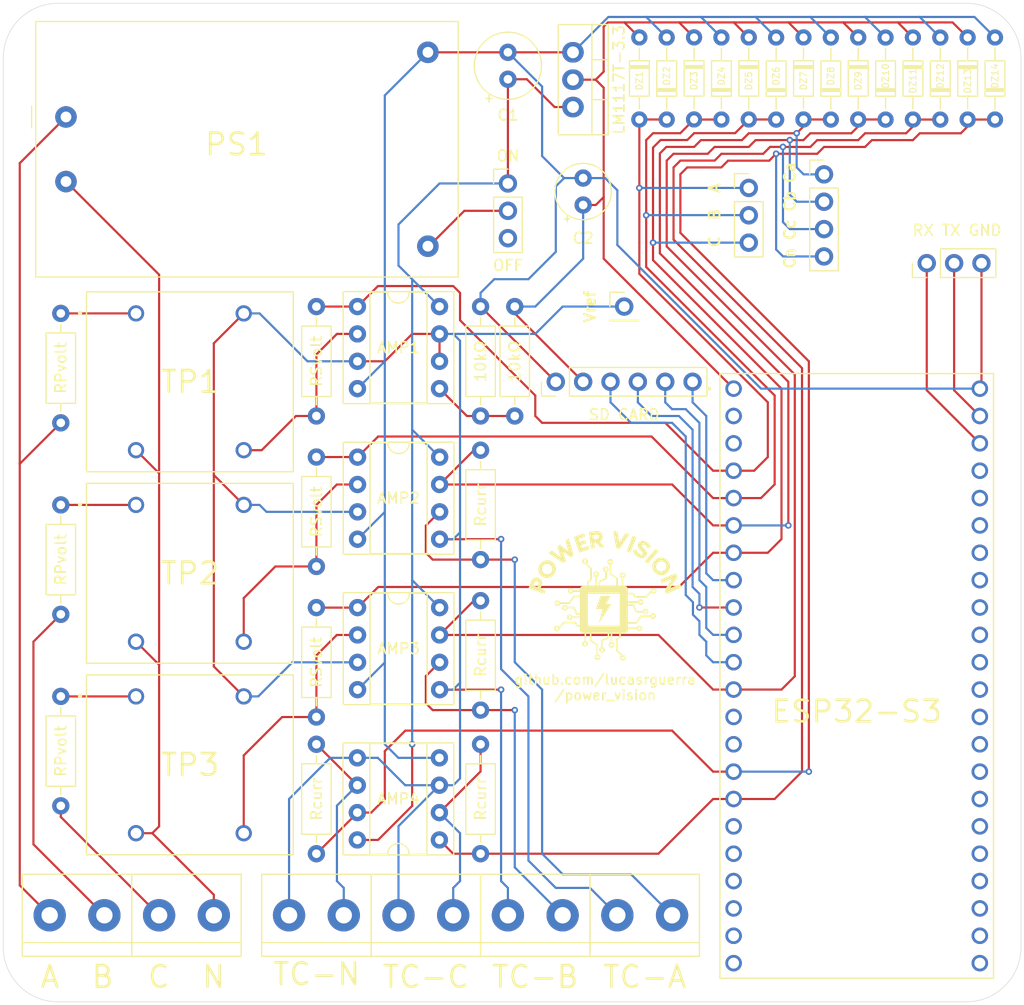
<source format=kicad_pcb>
(kicad_pcb (version 20221018) (generator pcbnew)
  (title_block (title "Power Vision V3.2 PCI") (date "31/05/2024") (rev "1.1") (company "linkedin.com/in/lucasrguerra") (comment 1 "github.com/lucasrguerra/power_vision"))
  (layers (0 "F.Cu" signal) (31 "B.Cu" signal) (34 "B.Paste" user) (35 "F.Paste" user) (36 "B.SilkS" user "B.Silkscreen") (37 "F.SilkS" user "F.Silkscreen") (38 "B.Mask" user) (39 "F.Mask" user) (44 "Edge.Cuts" user))
  (net 0 "")
  (net 1 "Line B")
  (net 2 "Line A")
  (net 3 "Neutral")
  (net 4 "Line C")
  (net 5 "Net-(R3-Pad1)")
  (net 6 "Net-(R4-Pad1)")
  (net 7 "Net-(R5-Pad1)")
  (net 8 "Vcc")
  (net 9 "GND")
  (net 10 "Current A")
  (net 11 "Current B")
  (net 12 "Current C")
  (net 13 "Current N")
  (net 14 "TC A-2")
  (net 15 "TC A-1")
  (net 16 "TP A-1")
  (net 17 "TP C-1")
  (net 18 "TP B-1")
  (net 19 "V1.65")
  (net 22 "TC B-2")
  (net 24 "Wave A")
  (net 25 "Wave B")
  (net 26 "Wave C")
  (net 27 "CS")
  (net 28 "MOSI")
  (net 45 "SCK")
  (net 46 "MISO")
  (net 50 "TC N-2")
  (net 51 "UART TX")
  (net 52 "UART RX")
  (net 56 "Vin")
  (net 57 "TC C-2")
  (net 60 "Net-(PS1-+Vout)")
  (footprint "Package_DIP:DIP-8_W7.62mm_Socket" (layer "F.Cu") (at 131.953 96.7486)
    (fp_text reference "AMP3" hide)
    (fp_text value "TL082" hide)
  )
  (footprint "Diode_THT:D_DO-34_SOD68_P7.62mm_Horizontal" (layer "F.Cu") (at 191.135 51.435 90)
    (fp_text reference "DZ14" hide)
    (fp_text value "3.3V" hide)
  )
  (footprint "LOGO" (layer "F.Cu") (at 154.94 95.25)
    (fp_text reference "G***" hide)
    (fp_text value "LOGO" hide)
  )
  (footprint "Resistor_THT:R_Axial_DIN0207_L6.3mm_D2.5mm_P10.16mm_Horizontal" (layer "F.Cu") (at 143.373 82.1336 -90)
    (fp_text reference "R9" hide)
    (fp_text value "Rcurr" hide)
  )
  (footprint "Diode_THT:D_DO-34_SOD68_P7.62mm_Horizontal" (layer "F.Cu") (at 160.655 51.435 90)
    (fp_text reference "DZ2" hide)
    (fp_text value "3.3V" hide)
  )
  (footprint "Resistor_THT:R_Axial_DIN0207_L6.3mm_D2.5mm_P10.16mm_Horizontal" (layer "F.Cu") (at 128.133 92.9286 90)
    (fp_text reference "R7" hide)
    (fp_text value "RSvolt" hide)
  )
  (footprint "Converter_ACDC:Converter_ACDC_HiLink_HLK-5Mxx" (layer "F.Cu") (at 104.883 51.1936)
    (fp_text reference "PS1" hide)
    (fp_text value "HLK-10M24" hide)
  )
  (footprint "SnapEDA Library:XCVR_ESP32-S3-DEVKITC-1-N8R2" (layer "F.Cu") (at 178.298 106.3886)
    (fp_text reference "MCU1" hide)
    (fp_text value "ESP32-S3-DEVKITC-1-N16R8" hide)
  )
  (footprint "Diode_THT:D_DO-34_SOD68_P7.62mm_Horizontal" (layer "F.Cu") (at 188.595 43.815 -90)
    (fp_text reference "DZ13" hide)
    (fp_text value "3.3V" hide)
  )
  (footprint "Package_DIP:DIP-8_W7.62mm_Socket" (layer "F.Cu") (at 139.553 118.3186 180)
    (fp_text reference "AMP4" hide)
    (fp_text value "TL082" hide)
  )
  (footprint "Diode_THT:D_DO-34_SOD68_P7.62mm_Horizontal" (layer "F.Cu") (at 170.815 51.44 90)
    (fp_text reference "DZ6" hide)
    (fp_text value "3.3V" hide)
  )
  (footprint "Diode_THT:D_DO-34_SOD68_P7.62mm_Horizontal" (layer "F.Cu") (at 168.275 43.81 -90)
    (fp_text reference "DZ5" hide)
    (fp_text value "3.3V" hide)
  )
  (footprint "SnapEDA Library:XFMR_ZMPT101B" (layer "F.Cu") (at 116.3855 75.7836)
    (fp_text reference "TP1" hide)
    (fp_text value "ZMPT101B" hide)
  )
  (footprint "TerminalBlock:TerminalBlock_bornier-2_P5.08mm" (layer "F.Cu") (at 125.593 125.3136)
    (fp_text reference "J6" hide)
    (fp_text value "KF301-2P" hide)
  )
  (footprint "Connector_PinHeader_2.54mm:PinHeader_1x03_P2.54mm_Vertical" (layer "F.Cu") (at 184.8 64.77 90)
    (fp_text reference "P1" hide)
    (fp_text value "Pin Header" hide)
  )
  (footprint "Resistor_THT:R_Axial_DIN0207_L6.3mm_D2.5mm_P10.16mm_Horizontal" (layer "F.Cu") (at 143.373 78.9586 90)
    (fp_text reference "R2" hide)
    (fp_text value "10kΩ" hide)
  )
  (footprint "Resistor_THT:R_Axial_DIN0207_L6.3mm_D2.5mm_P10.16mm_Horizontal" (layer "F.Cu") (at 143.373 119.5986 90)
    (fp_text reference "R11" hide)
    (fp_text value "Rcurr" hide)
  )
  (footprint "Diode_THT:D_DO-34_SOD68_P7.62mm_Horizontal" (layer "F.Cu") (at 183.515 43.815 -90)
    (fp_text reference "DZ11" hide)
    (fp_text value "3.3V" hide)
  )
  (footprint "Connector_PinHeader_2.54mm:PinHeader_1x03_P2.54mm_Vertical" (layer "F.Cu") (at 145.913 57.3686)
    (fp_text reference "SW1" hide)
    (fp_text value "SS-12D00G 4mm" hide)
  )
  (footprint "Resistor_THT:R_Axial_DIN0207_L6.3mm_D2.5mm_P10.16mm_Horizontal" (layer "F.Cu") (at 128.133 78.9586 90)
    (fp_text reference "R6" hide)
    (fp_text value "RSvolt" hide)
  )
  (footprint "Diode_THT:D_DO-34_SOD68_P7.62mm_Horizontal" (layer "F.Cu") (at 163.195 43.805 -90)
    (fp_text reference "DZ3" hide)
    (fp_text value "3.3V" hide)
  )
  (footprint "Resistor_THT:R_Axial_DIN0207_L6.3mm_D2.5mm_P10.16mm_Horizontal" (layer "F.Cu") (at 143.373 96.1036 -90)
    (fp_text reference "R10" hide)
    (fp_text value "Rcurr" hide)
  )
  (footprint "SnapEDA Library:XFMR_ZMPT101B" (layer "F.Cu") (at 116.3855 93.5636)
    (fp_text reference "TP2" hide)
    (fp_text value "ZMPT101B" hide)
  )
  (footprint "Resistor_THT:R_Axial_DIN0207_L6.3mm_D2.5mm_P10.16mm_Horizontal" (layer "F.Cu") (at 104.4005 69.4336 -90)
    (fp_text reference "R3" hide)
    (fp_text value "RPvolt" hide)
  )
  (footprint "Resistor_THT:R_Axial_DIN0207_L6.3mm_D2.5mm_P10.16mm_Horizontal" (layer "F.Cu") (at 128.133 119.5986 90)
    (fp_text reference "R12" hide)
    (fp_text value "Rcurr" hide)
  )
  (footprint "Diode_THT:D_DO-34_SOD68_P7.62mm_Horizontal" (layer "F.Cu") (at 186.055 51.44 90)
    (fp_text reference "DZ12" hide)
    (fp_text value "3.3V" hide)
  )
  (footprint "Capacitor_THT:CP_Radial_Tantal_D5.0mm_P2.50mm" (layer "F.Cu") (at 152.898 59.3686 90)
    (fp_text reference "C2" hide)
    (fp_text value "16V 100µF" hide)
  )
  (footprint "TerminalBlock:TerminalBlock_bornier-2_P5.08mm" (layer "F.Cu") (at 156.073 125.3136)
    (fp_text reference "J3" hide)
    (fp_text value "KF301-2P" hide)
  )
  (footprint "TerminalBlock:TerminalBlock_bornier-2_P5.08mm" (layer "F.Cu") (at 103.368 125.3136)
    (fp_text reference "J1" hide)
    (fp_text value "KF301-2P" hide)
  )
  (footprint "Connector_PinHeader_2.54mm:PinHeader_1x03_P2.54mm_Vertical" (layer "F.Cu") (at 168.275 57.785)
    (fp_text reference "P4" hide)
    (fp_text value "Pin Header" hide)
  )
  (footprint "Diode_THT:D_DO-34_SOD68_P7.62mm_Horizontal" (layer "F.Cu") (at 178.435 43.81 -90)
    (fp_text reference "DZ9" hide)
    (fp_text value "3.3V" hide)
  )
  (footprint "Diode_THT:D_DO-34_SOD68_P7.62mm_Horizontal" (layer "F.Cu") (at 173.355 43.81 -90)
    (fp_text reference "DZ7" hide)
    (fp_text value "3.3V" hide)
  )
  (footprint "TerminalBlock:TerminalBlock_bornier-2_P5.08mm" (layer "F.Cu") (at 135.753 125.3136)
    (fp_text reference "J5" hide)
    (fp_text value "KF301-2P" hide)
  )
  (footprint "Connector_PinHeader_2.54mm:PinHeader_1x06_P2.54mm_Vertical" (layer "F.Cu") (at 150.358 75.7836 90)
    (fp_text reference "P5" hide)
    (fp_text value "Pin Header" hide)
  )
  (footprint "Diode_THT:D_DO-34_SOD68_P7.62mm_Horizontal" (layer "F.Cu") (at 165.735 51.435 90)
    (fp_text reference "DZ4" hide)
    (fp_text value "3.3V" hide)
  )
  (footprint "Connector_PinHeader_2.54mm:PinHeader_1x04_P2.54mm_Vertical" (layer "F.Cu") (at 175.26 56.525)
    (fp_text reference "P3" hide)
    (fp_text value "Pin Header" hide)
  )
  (footprint "SnapEDA Library:XFMR_ZMPT101B" (layer "F.Cu") (at 116.3855 111.3436)
    (fp_text reference "TP3" hide)
    (fp_text value "ZMPT101B" hide)
  )
  (footprint "Diode_THT:D_DO-34_SOD68_P7.62mm_Horizontal" (layer "F.Cu") (at 158.115 43.81 -90)
    (fp_text reference "DZ1" hide)
    (fp_text value "3.3V" hide)
  )
  (footprint "Capacitor_THT:CP_Radial_Tantal_D6.0mm_P2.50mm" (layer "F.Cu") (at 145.913 47.6936 90)
    (fp_text reference "C1" hide)
    (fp_text value "35V 47µF" hide)
  )
  (footprint "Resistor_THT:R_Axial_DIN0207_L6.3mm_D2.5mm_P10.16mm_Horizontal" (layer "F.Cu") (at 128.133 106.9086 90)
    (fp_text reference "R8" hide)
    (fp_text value "RSvolt" hide)
  )
  (footprint "TerminalBlock:TerminalBlock_bornier-2_P5.08mm" (layer "F.Cu") (at 113.528 125.3136)
    (fp_text reference "J2" hide)
    (fp_text value "KF301-2P" hide)
  )
  (footprint "Connector_PinHeader_2.54mm:PinHeader_1x01_P2.54mm_Vertical" (layer "F.Cu") (at 156.708 68.7986)
    (fp_text reference "P2" hide)
    (fp_text value "Pin Header" hide)
  )
  (footprint "Package_TO_SOT_THT:TO-220-3_Vertical" (layer "F.Cu") (at 151.953 45.1936 -90)
    (fp_text reference "PS2" hide)
    (fp_text value "LM1117T-3.3" hide)
  )
  (footprint "Diode_THT:D_DO-34_SOD68_P7.62mm_Horizontal" (layer "F.Cu") (at 175.895 51.44 90)
    (fp_text reference "DZ8" hide)
    (fp_text value "3.3V" hide)
  )
  (footprint "Diode_THT:D_DO-34_SOD68_P7.62mm_Horizontal" (layer "F.Cu") (at 180.975 51.44 90)
    (fp_text reference "DZ10" hide)
    (fp_text value "3.3V" hide)
  )
  (footprint "Resistor_THT:R_Axial_DIN0207_L6.3mm_D2.5mm_P10.16mm_Horizontal" (layer "F.Cu") (at 104.4005 87.2136 -90)
    (fp_text reference "R4" hide)
    (fp_text value "RPvolt" hide)
  )
  (footprint "Resistor_THT:R_Axial_DIN0207_L6.3mm_D2.5mm_P10.16mm_Horizontal" (layer "F.Cu") (at 104.4005 104.9936 -90)
    (fp_text reference "R5" hide)
    (fp_text value "RPvolt" hide)
  )
  (footprint "Resistor_THT:R_Axial_DIN0207_L6.3mm_D2.5mm_P10.16mm_Horizontal" (layer "F.Cu") (at 146.548 68.7986 -90)
    (fp_text reference "R1" hide)
    (fp_text value "10kΩ" hide)
  )
  (footprint "TerminalBlock:TerminalBlock_bornier-2_P5.08mm" (layer "F.Cu") (at 145.913 125.3136)
    (fp_text reference "J4" hide)
    (fp_text value "KF301-2P" hide)
  )
  (footprint "Package_DIP:DIP-8_W7.62mm_Socket" (layer "F.Cu") (at 131.953 82.7786)
    (fp_text reference "AMP2" hide)
    (fp_text value "TL082" hide)
  )
  (footprint "Package_DIP:DIP-8_W7.62mm_Socket" (layer "F.Cu") (at 131.943 68.7986)
    (fp_text reference "AMP1" hide)
    (fp_text value "TL082" hide)
  )
  (gr_line (start 104.14 40.64) (end 188.468 40.64) (stroke (width 0.05)) (layer "Edge.Cuts"))
  (gr_arc (start 193.548 128.27) (mid 192.060102 131.862102) (end 188.468 133.35) (stroke (width 0.05)) (layer "Edge.Cuts"))
  (gr_arc (start 104.14 133.35) (mid 100.547898 131.862102) (end 99.06 128.27) (stroke (width 0.05)) (layer "Edge.Cuts"))
  (gr_line (start 99.06 45.72) (end 99.06 128.27) (stroke (width 0.05)) (layer "Edge.Cuts"))
  (gr_line (start 104.14 133.35) (end 188.468 133.35) (stroke (width 0.05)) (layer "Edge.Cuts"))
  (gr_line (start 193.548 45.72) (end 193.548 128.27) (stroke (width 0.05)) (layer "Edge.Cuts"))
  (gr_arc (start 188.468 40.64) (mid 192.060102 42.127898) (end 193.548 45.72) (stroke (width 0.05)) (layer "Edge.Cuts"))
  (gr_arc (start 99.06 45.72) (mid 100.547898 42.127898) (end 104.14 40.64) (stroke (width 0.05)) (layer "Edge.Cuts"))
  (gr_text "github.com/lucasrguerra\n/power_vision" (at 154.94 105.41) (layer "F.SilkS") (effects (font (size 0.9 0.9) (thickness 0.15) bold) (justify bottom)))
  (segment (start 101.8605 99.9136) (end 104.4005 97.3736) (width 0.2) (layer "F.Cu") (net 1))
  (segment (start 101.8605 118.7261) (end 101.8605 99.9136) (width 0.2) (layer "F.Cu") (net 1))
  (segment (start 108.448 125.3136) (end 101.8605 118.7261) (width 0.2) (layer "F.Cu") (net 1))
  (segment (start 103.368 125.3136) (end 100.5905 122.5361) (width 0.2) (layer "F.Cu") (net 2))
  (segment (start 100.5905 55.4861) (end 104.883 51.1936) (width 0.2) (layer "F.Cu") (net 2))
  (segment (start 100.5905 83.4036) (end 104.4005 79.5936) (width 0.2) (layer "F.Cu") (net 2))
  (segment (start 100.5905 122.5361) (end 100.5905 83.4036) (width 0.2) (layer "F.Cu") (net 2))
  (segment (start 100.5905 83.4036) (end 100.5905 55.4861) (width 0.2) (layer "F.Cu") (net 2))
  (segment (start 113.528 102.0561) (end 113.2905 101.8186) (width 0.2) (layer "F.Cu") (net 3))
  (segment (start 112.893 117.6936) (end 113.528 117.0586) (width 0.2) (layer "F.Cu") (net 3))
  (segment (start 113.528 102.0561) (end 113.528 84.2761) (width 0.2) (layer "F.Cu") (net 3))
  (segment (start 111.3855 117.6936) (end 112.893 117.6936) (width 0.2) (layer "F.Cu") (net 3))
  (segment (start 113.528 65.8386) (end 104.883 57.1936) (width 0.2) (layer "F.Cu") (net 3))
  (segment (start 113.528 117.0586) (end 113.528 102.0561) (width 0.2) (layer "F.Cu") (net 3))
  (segment (start 113.528 84.2761) (end 113.2905 84.0386) (width 0.2) (layer "F.Cu") (net 3))
  (segment (start 113.2905 101.8186) (end 111.3855 99.9136) (width 0.2) (layer "F.Cu") (net 3))
  (segment (start 118.608 125.3136) (end 118.608 123.4086) (width 0.2) (layer "F.Cu") (net 3))
  (segment (start 113.2905 84.0386) (end 111.3855 82.1336) (width 0.2) (layer "F.Cu") (net 3))
  (segment (start 113.528 84.2761) (end 113.528 65.8386) (width 0.2) (layer "F.Cu") (net 3))
  (segment (start 118.608 123.4086) (end 112.893 117.6936) (width 0.2) (layer "F.Cu") (net 3))
  (segment (start 104.4005 115.1536) (end 104.4005 116.1861) (width 0.2) (layer "F.Cu") (net 4))
  (segment (start 104.4005 116.1861) (end 113.528 125.3136) (width 0.2) (layer "F.Cu") (net 4))
  (segment (start 104.4005 69.4336) (end 111.3855 69.4336) (width 0.2) (layer "F.Cu") (net 5))
  (segment (start 104.4005 87.2136) (end 111.3855 87.2136) (width 0.2) (layer "F.Cu") (net 6))
  (segment (start 104.4005 104.9936) (end 111.3855 104.9936) (width 0.2) (layer "F.Cu") (net 7))
  (segment (start 166.868 76.4186) (end 154.803 64.3536) (width 0.2) (layer "F.Cu") (net 8))
  (segment (start 156.723 42.418) (end 156.718 42.418) (width 0.2) (layer "F.Cu") (net 8))
  (segment (start 182.118 42.418) (end 177.038 42.418) (width 0.2) (layer "F.Cu") (net 8))
  (segment (start 146.548 69.4336) (end 152.898 75.7836) (width 0.2) (layer "F.Cu") (net 8))
  (segment (start 171.958 42.418) (end 166.878 42.418) (width 0.2) (layer "F.Cu") (net 8))
  (segment (start 163.195 43.805) (end 161.808 42.418) (width 0.2) (layer "F.Cu") (net 8))
  (segment (start 187.198 42.418) (end 182.118 42.418) (width 0.2) (layer "F.Cu") (net 8))
  (segment (start 188.595 43.815) (end 187.198 42.418) (width 0.2) (layer "F.Cu") (net 8))
  (segment (start 154.073 59.3686) (end 152.898 59.3686) (width 0.2) (layer "F.Cu") (net 8))
  (segment (start 168.275 43.81) (end 166.883 42.418) (width 0.2) (layer "F.Cu") (net 8))
  (segment (start 154.803 48.4786) (end 154.803 58.6386) (width 0.2) (layer "F.Cu") (net 8))
  (segment (start 177.043 42.418) (end 177.038 42.418) (width 0.2) (layer "F.Cu") (net 8))
  (segment (start 177.038 42.418) (end 171.958 42.418) (width 0.2) (layer "F.Cu") (net 8))
  (segment (start 154.803 46.9886) (end 154.058 47.7336) (width 0.2) (layer "F.Cu") (net 8))
  (segment (start 154.803 58.6386) (end 154.073 59.3686) (width 0.2) (layer "F.Cu") (net 8))
  (segment (start 154.058 47.7336) (end 154.803 48.4786) (width 0.2) (layer "F.Cu") (net 8))
  (segment (start 183.642 43.942) (end 183.896 43.942) (width 0.2) (layer "F.Cu") (net 8))
  (segment (start 178.435 43.81) (end 177.043 42.418) (width 0.2) (layer "F.Cu") (net 8))
  (segment (start 183.515 43.815) (end 183.642 43.942) (width 0.2) (layer "F.Cu") (net 8))
  (segment (start 171.963 42.418) (end 171.958 42.418) (width 0.2) (layer "F.Cu") (net 8))
  (segment (start 154.803 42.809) (end 154.803 46.9886) (width 0.2) (layer "F.Cu") (net 8))
  (segment (start 161.808 42.418) (end 161.798 42.418) (width 0.2) (layer "F.Cu") (net 8))
  (segment (start 146.548 68.7986) (end 146.548 69.4336) (width 0.2) (layer "F.Cu") (net 8))
  (segment (start 166.878 42.418) (end 161.798 42.418) (width 0.2) (layer "F.Cu") (net 8))
  (segment (start 166.883 42.418) (end 166.878 42.418) (width 0.2) (layer "F.Cu") (net 8))
  (segment (start 151.953 47.7336) (end 154.058 47.7336) (width 0.2) (layer "F.Cu") (net 8))
  (segment (start 154.803 64.3536) (end 154.803 58.6386) (width 0.2) (layer "F.Cu") (net 8))
  (segment (start 158.115 43.81) (end 156.723 42.418) (width 0.2) (layer "F.Cu") (net 8))
  (segment (start 155.194 42.418) (end 154.803 42.809) (width 0.2) (layer "F.Cu") (net 8))
  (segment (start 161.798 42.418) (end 156.718 42.418) (width 0.2) (layer "F.Cu") (net 8))
  (segment (start 173.355 43.81) (end 171.963 42.418) (width 0.2) (layer "F.Cu") (net 8))
  (segment (start 156.718 42.418) (end 155.194 42.418) (width 0.2) (layer "F.Cu") (net 8))
  (segment (start 183.515 43.815) (end 182.118 42.418) (width 0.2) (layer "F.Cu") (net 8))
  (segment (start 152.898 64.3536) (end 148.453 68.7986) (width 0.2) (layer "B.Cu") (net 8))
  (segment (start 148.453 68.7986) (end 146.548 68.7986) (width 0.2) (layer "B.Cu") (net 8))
  (segment (start 152.898 59.3686) (end 152.898 64.3536) (width 0.2) (layer "B.Cu") (net 8))
  (segment (start 189.88 64.77) (end 189.88 76.2666) (width 0.2) (layer "F.Cu") (net 9))
  (segment (start 189.88 76.2666) (end 189.728 76.4186) (width 0.2) (layer "F.Cu") (net 9))
  (segment (start 145.913 45.1936) (end 138.483 45.1936) (width 0.2) (layer "F.Cu") (net 9))
  (segment (start 145.913 45.1936) (end 151.953 45.1936) (width 0.2) (layer "F.Cu") (net 9))
  (segment (start 143.373 68.7986) (end 150.358 75.7836) (width 0.2) (layer "F.Cu") (net 9))
  (segment (start 134.483 87.8686) (end 134.483 87.8486) (width 0.2) (layer "B.Cu") (net 9))
  (segment (start 173.99 41.915) (end 173.99 41.91) (width 0.2) (layer "B.Cu") (net 9))
  (segment (start 134.483 87.8486) (end 134.483 73.8786) (width 0.2) (layer "B.Cu") (net 9))
  (segment (start 134.483 73.8786) (end 134.483 49.1936) (width 0.2) (layer "B.Cu") (net 9))
  (segment (start 131.953 104.3686) (end 134.483 101.8386) (width 0.2) (layer "B.Cu") (net 9))
  (segment (start 158.75 41.91) (end 163.83 41.91) (width 0.2) (layer "B.Cu") (net 9))
  (segment (start 184.15 41.91) (end 189.23 41.91) (width 0.2) (layer "B.Cu") (net 9))
  (segment (start 168.91 41.915) (end 168.91 41.91) (width 0.2) (layer "B.Cu") (net 9))
  (segment (start 150.358 57.6386) (end 151.128 56.8686) (width 0.2) (layer "B.Cu") (net 9))
  (segment (start 160.655 43.815) (end 158.75 41.91) (width 0.2) (layer "B.Cu") (net 9))
  (segment (start 149.088 48.3686) (end 145.913 45.1936) (width 0.2) (layer "B.Cu") (net 9))
  (segment (start 169.408 76.4186) (end 189.728 76.4186) (width 0.2) (layer "B.Cu") (net 9))
  (segment (start 134.483 109.4386) (end 135.743 110.6986) (width 0.2) (layer "B.Cu") (net 9))
  (segment (start 180.975 43.82) (end 179.07 41.915) (width 0.2) (layer "B.Cu") (net 9))
  (segment (start 156.073 63.0836) (end 169.408 76.4186) (width 0.2) (layer "B.Cu") (net 9))
  (segment (start 184.15 41.915) (end 184.15 41.91) (width 0.2) (layer "B.Cu") (net 9))
  (segment (start 170.815 43.82) (end 168.91 41.915) (width 0.2) (layer "B.Cu") (net 9))
  (segment (start 168.91 41.91) (end 173.99 41.91) (width 0.2) (layer "B.Cu") (net 9))
  (segment (start 165.735 43.815) (end 163.83 41.91) (width 0.2) (layer "B.Cu") (net 9))
  (segment (start 132.1805 76.4186) (end 131.943 76.4186) (width 0.2) (layer "B.Cu") (net 9))
  (segment (start 149.088 54.8286) (end 149.088 48.3686) (width 0.2) (layer "B.Cu") (net 9))
  (segment (start 179.07 41.915) (end 179.07 41.91) (width 0.2) (layer "B.Cu") (net 9))
  (segment (start 147.818 66.2586) (end 150.358 63.7186) (width 0.2) (layer "B.Cu") (net 9))
  (segment (start 131.943 76.4186) (end 134.483 73.8786) (width 0.2) (layer "B.Cu") (net 9))
  (segment (start 143.373 67.5286) (end 144.643 66.2586) (width 0.2) (layer "B.Cu") (net 9))
  (segment (start 143.373 68.7986) (end 143.373 67.5286) (width 0.2) (layer "B.Cu") (net 9))
  (segment (start 134.483 49.1936) (end 138.483 45.1936) (width 0.2) (layer "B.Cu") (net 9))
  (segment (start 144.643 66.2586) (end 147.818 66.2586) (width 0.2) (layer "B.Cu") (net 9))
  (segment (start 131.953 90.3986) (end 134.483 87.8686) (width 0.2) (layer "B.Cu") (net 9))
  (segment (start 152.898 56.8686) (end 151.128 56.8686) (width 0.2) (layer "B.Cu") (net 9))
  (segment (start 189.23 41.91) (end 191.135 43.815) (width 0.2) (layer "B.Cu") (net 9))
  (segment (start 163.83 41.91) (end 168.91 41.91) (width 0.2) (layer "B.Cu") (net 9))
  (segment (start 186.055 43.82) (end 184.15 41.915) (width 0.2) (layer "B.Cu") (net 9))
  (segment (start 151.953 45.1936) (end 155.2366 41.91) (width 0.2) (layer "B.Cu") (net 9))
  (segment (start 152.898 56.8686) (end 154.938 56.8686) (width 0.2) (layer "B.Cu") (net 9))
  (segment (start 134.483 101.8386) (end 134.483 87.8486) (width 0.2) (layer "B.Cu") (net 9))
  (segment (start 175.895 43.82) (end 173.99 41.915) (width 0.2) (layer "B.Cu") (net 9))
  (segment (start 155.2366 41.91) (end 158.75 41.91) (width 0.2) (layer "B.Cu") (net 9))
  (segment (start 179.07 41.91) (end 184.15 41.91) (width 0.2) (layer "B.Cu") (net 9))
  (segment (start 134.483 101.8386) (end 134.483 109.4386) (width 0.2) (layer "B.Cu") (net 9))
  (segment (start 173.99 41.91) (end 179.07 41.91) (width 0.2) (layer "B.Cu") (net 9))
  (segment (start 151.128 56.8686) (end 149.088 54.8286) (width 0.2) (layer "B.Cu") (net 9))
  (segment (start 150.358 63.7186) (end 150.358 57.6386) (width 0.2) (layer "B.Cu") (net 9))
  (segment (start 135.743 110.6986) (end 139.553 110.6986) (width 0.2) (layer "B.Cu") (net 9))
  (segment (start 154.938 56.8686) (end 156.073 58.0036) (width 0.2) (layer "B.Cu") (net 9))
  (segment (start 156.073 58.0036) (end 156.073 63.0836) (width 0.2) (layer "B.Cu") (net 9))
  (segment (start 139.573 85.3186) (end 161.163 85.3186) (width 0.2) (layer "F.Cu") (net 10))
  (segment (start 172.72 52.705) (end 172.725 52.705) (width 0.2) (layer "F.Cu") (net 10))
  (segment (start 161.163 85.3186) (end 164.963 89.1186) (width 0.2) (layer "F.Cu") (net 10))
  (segment (start 168.275 52.71) (end 167.64 53.345) (width 0.2) (layer "F.Cu") (net 10))
  (segment (start 172.72 52.71) (end 168.275 52.71) (width 0.2) (layer "F.Cu") (net 10))
  (segment (start 160.62325 53.975) (end 160.02 54.57825) (width 0.2) (layer "F.Cu") (net 10))
  (segment (start 173.355 52.075) (end 173.355 51.43) (width 0.2) (layer "F.Cu") (net 10))
  (segment (start 163.205 53.975) (end 160.62325 53.975) (width 0.2) (layer "F.Cu") (net 10))
  (segment (start 173.355 51.43) (end 175.885 51.43) (width 0.2) (layer "F.Cu") (net 10))
  (segment (start 164.963 89.1186) (end 166.868 89.1186) (width 0.2) (layer "F.Cu") (net 10))
  (segment (start 160.02 54.57825) (end 160.02 63.8556) (width 0.2) (layer "F.Cu") (net 10))
  (segment (start 172.725 52.705) (end 173.355 52.075) (width 0.2) (layer "F.Cu") (net 10))
  (segment (start 167.64 53.345) (end 163.835 53.345) (width 0.2) (layer "F.Cu") (net 10))
  (segment (start 163.835 53.345) (end 163.205 53.975) (width 0.2) (layer "F.Cu") (net 10))
  (segment (start 142.758 82.1336) (end 143.373 82.1336) (width 0.2) (layer "F.Cu") (net 10))
  (segment (start 139.573 85.3186) (end 142.758 82.1336) (width 0.2) (layer "F.Cu") (net 10))
  (segment (start 172.72 52.71) (end 172.72 52.71) (width 0.2) (layer "F.Cu") (net 10))
  (segment (start 172.72 52.71) (end 172.72 52.705) (width 0.2) (layer "F.Cu") (net 10))
  (segment (start 160.02 63.8556) (end 171.948 75.7836) (width 0.2) (layer "F.Cu") (net 10))
  (segment (start 171.948 75.7836) (end 171.948 89.1186) (width 0.2) (layer "F.Cu") (net 10))
  (segment (start 175.885 51.43) (end 175.895 51.44) (width 0.2) (layer "F.Cu") (net 10))
  (via (at 172.72 52.705) (size 0.6) (drill 0.3) (layers "F.Cu" "B.Cu") (net 10))
  (via (at 171.948 89.1186) (size 0.6) (drill 0.3) (layers "F.Cu" "B.Cu") (net 10))
  (segment (start 173.365 56.525) (end 175.26 56.525) (width 0.2) (layer "B.Cu") (net 10))
  (segment (start 166.868 89.1186) (end 171.948 89.1186) (width 0.2) (layer "B.Cu") (net 10))
  (segment (start 172.72 52.705) (end 172.72 55.88) (width 0.2) (layer "B.Cu") (net 10))
  (segment (start 172.72 55.88) (end 173.365 56.525) (width 0.2) (layer "B.Cu") (net 10))
  (segment (start 160.655 55.245) (end 160.655 63.2206) (width 0.2) (layer "F.Cu") (net 11))
  (segment (start 172.085 53.345) (end 173.355 53.345) (width 0.2) (layer "F.Cu") (net 11))
  (segment (start 173.99 52.71) (end 177.8 52.71) (width 0.2) (layer "F.Cu") (net 11))
  (segment (start 171.313 104.3586) (end 166.868 104.3586) (width 0.2) (layer "F.Cu") (net 11))
  (segment (start 142.758 96.1036) (end 143.373 96.1036) (width 0.2) (layer "F.Cu") (net 11))
  (segment (start 173.355 53.345) (end 173.99 52.71) (width 0.2) (layer "F.Cu") (net 11))
  (segment (start 165.1 53.98) (end 164.465 54.615) (width 0.2) (layer "F.Cu") (net 11))
  (segment (start 161.285 54.615) (end 160.655 55.245) (width 0.2) (layer "F.Cu") (net 11))
  (segment (start 172.085 53.345) (end 172.085 53.34) (width 0.2) (layer "F.Cu") (net 11))
  (segment (start 172.548 75.1136) (end 172.548 103.1236) (width 0.2) (layer "F.Cu") (net 11))
  (segment (start 164.963 104.3586) (end 166.868 104.3586) (width 0.2) (layer "F.Cu") (net 11))
  (segment (start 139.573 99.2886) (end 142.758 96.1036) (width 0.2) (layer "F.Cu") (net 11))
  (segment (start 168.91 53.345) (end 168.275 53.98) (width 0.2) (layer "F.Cu") (net 11))
  (segment (start 172.085 53.34) (end 168.91 53.345) (width 0.2) (layer "F.Cu") (net 11))
  (segment (start 159.893 99.2886) (end 164.963 104.3586) (width 0.2) (layer "F.Cu") (net 11))
  (segment (start 172.548 103.1236) (end 171.313 104.3586) (width 0.2) (layer "F.Cu") (net 11))
  (segment (start 178.435 52.075) (end 178.435 51.43) (width 0.2) (layer "F.Cu") (net 11))
  (segment (start 168.275 53.98) (end 165.1 53.98) (width 0.2) (layer "F.Cu") (net 11))
  (segment (start 164.465 54.615) (end 161.285 54.615) (width 0.2) (layer "F.Cu") (net 11))
  (segment (start 178.435 51.43) (end 180.965 51.43) (width 0.2) (layer "F.Cu") (net 11))
  (segment (start 139.573 99.2886) (end 159.893 99.2886) (width 0.2) (layer "F.Cu") (net 11))
  (segment (start 180.965 51.43) (end 180.975 51.44) (width 0.2) (layer "F.Cu") (net 11))
  (segment (start 160.655 63.2206) (end 172.548 75.1136) (width 0.2) (layer "F.Cu") (net 11))
  (segment (start 177.8 52.71) (end 178.435 52.075) (width 0.2) (layer "F.Cu") (net 11))
  (via (at 172.085 53.34) (size 0.6) (drill 0.3) (layers "F.Cu" "B.Cu") (net 11))
  (segment (start 172.085 58.42) (end 172.73 59.065) (width 0.2) (layer "B.Cu") (net 11))
  (segment (start 172.73 59.065) (end 175.26 59.065) (width 0.2) (layer "B.Cu") (net 11))
  (segment (start 172.085 53.34) (end 172.085 58.42) (width 0.2) (layer "B.Cu") (net 11))
  (segment (start 169.614314 54.615) (end 165.735 54.615) (width 0.2) (layer "F.Cu") (net 12))
  (segment (start 161.29 62.5856) (end 173.218 74.5136) (width 0.2) (layer "F.Cu") (net 12))
  (segment (start 161.925 55.245) (end 161.29 55.88) (width 0.2) (layer "F.Cu") (net 12))
  (segment (start 183.515 51.435) (end 186.05 51.435) (width 0.2) (layer "F.Cu") (net 12))
  (segment (start 178.435 53.345) (end 179.07 52.71) (width 0.2) (layer "F.Cu") (net 12))
  (segment (start 140.833 119.5986) (end 139.553 118.3186) (width 0.2) (layer "F.Cu") (net 12))
  (segment (start 170.678 114.5186) (end 166.868 114.5186) (width 0.2) (layer "F.Cu") (net 12))
  (segment (start 179.07 52.71) (end 182.88 52.71) (width 0.2) (layer "F.Cu") (net 12))
  (segment (start 170.254314 53.975) (end 169.614314 54.615) (width 0.2) (layer "F.Cu") (net 12))
  (segment (start 165.105 55.245) (end 161.925 55.245) (width 0.2) (layer "F.Cu") (net 12))
  (segment (start 165.735 54.615) (end 165.105 55.245) (width 0.2) (layer "F.Cu") (net 12))
  (segment (start 164.963 114.5186) (end 166.868 114.5186) (width 0.2) (layer "F.Cu") (net 12))
  (segment (start 173.99 53.98) (end 174.625 53.345) (width 0.2) (layer "F.Cu") (net 12))
  (segment (start 171.455 53.98) (end 173.99 53.98) (width 0.2) (layer "F.Cu") (net 12))
  (segment (start 161.29 55.88) (end 161.29 62.5856) (width 0.2) (layer "F.Cu") (net 12))
  (segment (start 182.88 52.71) (end 183.515 52.075) (width 0.2) (layer "F.Cu") (net 12))
  (segment (start 143.373 119.5986) (end 140.833 119.5986) (width 0.2) (layer "F.Cu") (net 12))
  (segment (start 183.515 52.075) (end 183.515 51.435) (width 0.2) (layer "F.Cu") (net 12))
  (segment (start 159.883 119.5986) (end 164.963 114.5186) (width 0.2) (layer "F.Cu") (net 12))
  (segment (start 173.218 74.5136) (end 173.218 111.9786) (width 0.2) (layer "F.Cu") (net 12))
  (segment (start 173.218 111.9786) (end 170.678 114.5186) (width 0.2) (layer "F.Cu") (net 12))
  (segment (start 143.373 119.5986) (end 159.883 119.5986) (width 0.2) (layer "F.Cu") (net 12))
  (segment (start 174.625 53.345) (end 178.435 53.345) (width 0.2) (layer "F.Cu") (net 12))
  (segment (start 186.05 51.435) (end 186.055 51.44) (width 0.2) (layer "F.Cu") (net 12))
  (segment (start 171.45 53.975) (end 170.254314 53.975) (width 0.2) (layer "F.Cu") (net 12))
  (via (at 171.45 53.975) (size 0.6) (drill 0.3) (layers "F.Cu" "B.Cu") (net 12))
  (segment (start 171.45 53.975) (end 171.45 60.96) (width 0.2) (layer "B.Cu") (net 12))
  (segment (start 172.095 61.605) (end 175.26 61.605) (width 0.2) (layer "B.Cu") (net 12))
  (segment (start 171.45 60.96) (end 172.095 61.605) (width 0.2) (layer "B.Cu") (net 12))
  (segment (start 170.81 54.615) (end 170.815 54.61) (width 0.2) (layer "F.Cu") (net 13))
  (segment (start 188.595 51.435) (end 191.135 51.435) (width 0.2) (layer "F.Cu") (net 13))
  (segment (start 131.933 115.7786) (end 133.223 115.7786) (width 0.2) (layer "F.Cu") (net 13))
  (segment (start 128.133 119.5986) (end 131.933 115.7986) (width 0.2) (layer "F.Cu") (net 13))
  (segment (start 187.96 52.71) (end 188.595 52.075) (width 0.2) (layer "F.Cu") (net 13))
  (segment (start 161.925 56.515) (end 162.56 55.88) (width 0.2) (layer "F.Cu") (net 13))
  (segment (start 131.933 115.7986) (end 131.933 115.7786) (width 0.2) (layer "F.Cu") (net 13))
  (segment (start 166.35 55.255) (end 170.17 55.255) (width 0.2) (layer "F.Cu") (net 13))
  (segment (start 173.853 73.8786) (end 161.925 61.9506) (width 0.2) (layer "F.Cu") (net 13))
  (segment (start 170.17 55.255) (end 170.18 55.245) (width 0.2) (layer "F.Cu") (net 13))
  (segment (start 174.625 54.615) (end 175.26 53.98) (width 0.2) (layer "F.Cu") (net 13))
  (segment (start 134.483 114.5186) (end 134.483 110.0736) (width 0.2) (layer "F.Cu") (net 13))
  (segment (start 133.223 115.7786) (end 134.483 114.5186) (width 0.2) (layer "F.Cu") (net 13))
  (segment (start 136.388 108.1686) (end 161.153 108.1686) (width 0.2) (layer "F.Cu") (net 13))
  (segment (start 179.705 53.345) (end 183.515 53.345) (width 0.2) (layer "F.Cu") (net 13))
  (segment (start 170.815 54.61) (end 174.625 54.615) (width 0.2) (layer "F.Cu") (net 13))
  (segment (start 173.853 111.9786) (end 173.853 73.8786) (width 0.2) (layer "F.Cu") (net 13))
  (segment (start 164.963 111.9786) (end 166.868 111.9786) (width 0.2) (layer "F.Cu") (net 13))
  (segment (start 179.07 53.98) (end 179.705 53.345) (width 0.2) (layer "F.Cu") (net 13))
  (segment (start 183.515 53.345) (end 184.15 52.71) (width 0.2) (layer "F.Cu") (net 13))
  (segment (start 184.15 52.71) (end 187.96 52.71) (width 0.2) (layer "F.Cu") (net 13))
  (segment (start 188.595 52.075) (end 188.595 51.435) (width 0.2) (layer "F.Cu") (net 13))
  (segment (start 134.483 110.0736) (end 136.388 108.1686) (width 0.2) (layer "F.Cu") (net 13))
  (segment (start 162.56 55.88) (end 165.725 55.88) (width 0.2) (layer "F.Cu") (net 13))
  (segment (start 161.925 61.9506) (end 161.925 56.515) (width 0.2) (layer "F.Cu") (net 13))
  (segment (start 175.26 53.98) (end 179.07 53.98) (width 0.2) (layer "F.Cu") (net 13))
  (segment (start 165.725 55.88) (end 166.35 55.255) (width 0.2) (layer "F.Cu") (net 13))
  (segment (start 161.153 108.1686) (end 164.963 111.9786) (width 0.2) (layer "F.Cu") (net 13))
  (segment (start 170.18 55.245) (end 170.81 54.615) (width 0.2) (layer "F.Cu") (net 13))
  (via (at 170.815 54.61) (size 0.6) (drill 0.3) (layers "F.Cu" "B.Cu") (net 13))
  (via (at 173.853 111.9786) (size 0.6) (drill 0.3) (layers "F.Cu" "B.Cu") (net 13))
  (segment (start 170.815 54.61) (end 170.815 63.5) (width 0.2) (layer "B.Cu") (net 13))
  (segment (start 170.815 63.5) (end 171.46 64.145) (width 0.2) (layer "B.Cu") (net 13))
  (segment (start 171.46 64.145) (end 175.26 64.145) (width 0.2) (layer "B.Cu") (net 13))
  (segment (start 166.868 111.9786) (end 173.853 111.9786) (width 0.2) (layer "B.Cu") (net 13))
  (segment (start 138.293 91.6586) (end 138.293 89.1386) (width 0.2) (layer "F.Cu") (net 14))
  (segment (start 138.928 92.2936) (end 138.293 91.6586) (width 0.2) (layer "F.Cu") (net 14))
  (segment (start 143.373 92.2936) (end 146.548 92.2936) (width 0.2) (layer "F.Cu") (net 14))
  (segment (start 143.373 92.2936) (end 138.928 92.2936) (width 0.2) (layer "F.Cu") (net 14))
  (segment (start 138.293 89.1386) (end 139.573 87.8586) (width 0.2) (layer "F.Cu") (net 14))
  (via (at 146.548 92.2936) (size 0.6) (drill 0.3) (layers "F.Cu" "B.Cu") (net 14))
  (segment (start 161.153 125.3136) (end 157.343 121.5036) (width 0.2) (layer "B.Cu") (net 14))
  (segment (start 146.548 101.8186) (end 146.548 92.2936) (width 0.2) (layer "B.Cu") (net 14))
  (segment (start 157.343 121.5036) (end 150.993 121.5036) (width 0.2) (layer "B.Cu") (net 14))
  (segment (start 150.993 121.5036) (end 149.088 119.5986) (width 0.2) (layer "B.Cu") (net 14))
  (segment (start 149.088 104.3586) (end 146.548 101.8186) (width 0.2) (layer "B.Cu") (net 14))
  (segment (start 149.088 119.5986) (end 149.088 104.3586) (width 0.2) (layer "B.Cu") (net 14))
  (segment (start 137.023 71.3386) (end 134.483 73.8786) (width 0.2) (layer "F.Cu") (net 15))
  (segment (start 118.608 84.4361) (end 121.3855 87.2136) (width 0.2) (layer "F.Cu") (net 15))
  (segment (start 139.563 71.3386) (end 139.563 73.8786) (width 0.2) (layer "F.Cu") (net 15))
  (segment (start 121.3855 104.9936) (end 118.608 102.2161) (width 0.2) (layer "F.Cu") (net 15))
  (segment (start 145.268 90.3986) (end 145.278 90.3886) (width 0.2) (layer "F.Cu") (net 15))
  (segment (start 139.563 71.3386) (end 137.023 71.3386) (width 0.2) (layer "F.Cu") (net 15))
  (segment (start 145.278 104.3686) (end 139.573 104.3686) (width 0.2) (layer "F.Cu") (net 15))
  (segment (start 134.483 73.8786) (end 131.943 73.8786) (width 0.2) (layer "F.Cu") (net 15))
  (segment (start 118.608 102.2161) (end 118.608 84.4361) (width 0.2) (layer "F.Cu") (net 15))
  (segment (start 139.573 90.3986) (end 145.268 90.3986) (width 0.2) (layer "F.Cu") (net 15))
  (segment (start 118.608 72.2111) (end 118.608 84.4361) (width 0.2) (layer "F.Cu") (net 15))
  (segment (start 121.3855 69.4336) (end 118.608 72.2111) (width 0.2) (layer "F.Cu") (net 15))
  (via (at 145.278 104.3686) (size 0.6) (drill 0.3) (layers "F.Cu" "B.Cu") (net 15))
  (via (at 145.278 90.3886) (size 0.6) (drill 0.3) (layers "F.Cu" "B.Cu") (net 15))
  (segment (start 156.708 68.7986) (end 150.993 68.7986) (width 0.2) (layer "B.Cu") (net 15))
  (segment (start 123.49925 87.8586) (end 131.953 87.8586) (width 0.2) (layer "B.Cu") (net 15))
  (segment (start 141.468 103.7236) (end 140.823 104.3686) (width 0.2) (layer "B.Cu") (net 15))
  (segment (start 139.553 113.2386) (end 136.378 113.2386) (width 0.2) (layer "B.Cu") (net 15))
  (segment (start 122.85425 87.2136) (end 123.49925 87.8586) (width 0.2) (layer "B.Cu") (net 15))
  (segment (start 136.378 113.2386) (end 133.838 110.6986) (width 0.2) (layer "B.Cu") (net 15))
  (segment (start 127.29925 73.8786) (end 122.85425 69.4336) (width 0.2) (layer "B.Cu") (net 15))
  (segment (start 148.453 71.3386) (end 140.833 71.3386) (width 0.2) (layer "B.Cu") (net 15))
  (segment (start 121.3855 104.9936) (end 122.7355 104.9936) (width 0.2) (layer "B.Cu") (net 15))
  (segment (start 145.278 102.4536) (end 145.278 90.3886) (width 0.2) (layer "B.Cu") (net 15))
  (segment (start 145.913 122.7736) (end 145.278 122.1386) (width 0.2) (layer "B.Cu") (net 15))
  (segment (start 141.468 112.6136) (end 141.468 103.7236) (width 0.2) (layer "B.Cu") (net 15))
  (segment (start 145.913 122.7736) (end 145.913 125.3136) (width 0.2) (layer "B.Cu") (net 15))
  (segment (start 140.843 113.2386) (end 141.468 112.6136) (width 0.2) (layer "B.Cu") (net 15))
  (segment (start 125.9005 101.8286) (end 131.953 101.8286) (width 0.2) (layer "B.Cu") (net 15))
  (segment (start 141.468 89.7636) (end 141.468 103.7236) (width 0.2) (layer "B.Cu") (net 15))
  (segment (start 141.468 89.7636) (end 140.833 90.3986) (width 0.2) (layer "B.Cu") (net 15))
  (segment (start 139.563 71.3386) (end 140.833 71.3386) (width 0.2) (layer "B.Cu") (net 15))
  (segment (start 140.833 71.3386) (end 141.468 71.9736) (width 0.2) (layer "B.Cu") (net 15))
  (segment (start 122.85425 69.4336) (end 121.3855 69.4336) (width 0.2) (layer "B.Cu") (net 15))
  (segment (start 150.358 122.7736) (end 147.818 120.2336) (width 0.2) (layer "B.Cu") (net 15))
  (segment (start 135.753 125.3136) (end 135.753 117.0386) (width 0.2) (layer "B.Cu") (net 15))
  (segment (start 139.553 113.2386) (end 140.843 113.2386) (width 0.2) (layer "B.Cu") (net 15))
  (segment (start 131.933 110.6986) (end 129.413 110.6986) (width 0.2) (layer "B.Cu") (net 15))
  (segment (start 150.993 68.7986) (end 148.453 71.3386) (width 0.2) (layer "B.Cu") (net 15))
  (segment (start 145.278 122.1386) (end 145.278 104.3686) (width 0.2) (layer "B.Cu") (net 15))
  (segment (start 133.838 110.6986) (end 131.933 110.6986) (width 0.2) (layer "B.Cu") (net 15))
  (segment (start 135.753 117.0386) (end 139.553 113.2386) (width 0.2) (layer "B.Cu") (net 15))
  (segment (start 121.3855 87.2136) (end 122.85425 87.2136) (width 0.2) (layer "B.Cu") (net 15))
  (segment (start 140.823 104.3686) (end 139.573 104.3686) (width 0.2) (layer "B.Cu") (net 15))
  (segment (start 132.578 73.8786) (end 127.29925 73.8786) (width 0.2) (layer "B.Cu") (net 15))
  (segment (start 141.468 71.9736) (end 141.468 89.7636) (width 0.2) (layer "B.Cu") (net 15))
  (segment (start 156.073 125.3136) (end 153.533 122.7736) (width 0.2) (layer "B.Cu") (net 15))
  (segment (start 153.533 122.7736) (end 150.358 122.7736) (width 0.2) (layer "B.Cu") (net 15))
  (segment (start 125.593 114.5186) (end 125.593 125.3136) (width 0.2) (layer "B.Cu") (net 15))
  (segment (start 122.7355 104.9936) (end 125.9005 101.8286) (width 0.2) (layer "B.Cu") (net 15))
  (segment (start 140.833 90.3986) (end 139.573 90.3986) (width 0.2) (layer "B.Cu") (net 15))
  (segment (start 147.818 104.9936) (end 145.278 102.4536) (width 0.2) (layer "B.Cu") (net 15))
  (segment (start 129.413 110.6986) (end 125.593 114.5186) (width 0.2) (layer "B.Cu") (net 15))
  (segment (start 147.818 120.2336) (end 147.818 104.9936) (width 0.2) (layer "B.Cu") (net 15))
  (segment (start 123.053 82.1336) (end 126.228 78.9586) (width 0.2) (layer "F.Cu") (net 16))
  (segment (start 121.3855 82.1336) (end 123.053 82.1336) (width 0.2) (layer "F.Cu") (net 16))
  (segment (start 126.228 78.9586) (end 128.133 78.9586) (width 0.2) (layer "F.Cu") (net 16))
  (segment (start 128.133 78.9586) (end 128.133 73.2436) (width 0.2) (layer "F.Cu") (net 16))
  (segment (start 130.038 71.3386) (end 131.943 71.3386) (width 0.2) (layer "F.Cu") (net 16))
  (segment (start 128.133 73.2436) (end 130.038 71.3386) (width 0.2) (layer "F.Cu") (net 16))
  (segment (start 124.948 106.9086) (end 128.133 106.9086) (width 0.2) (layer "F.Cu") (net 17))
  (segment (start 121.3855 117.6936) (end 121.3855 110.4711) (width 0.2) (layer "F.Cu") (net 17))
  (segment (start 130.028 99.2886) (end 131.953 99.2886) (width 0.2) (layer "F.Cu") (net 17))
  (segment (start 128.133 106.9086) (end 128.133 101.1836) (width 0.2) (layer "F.Cu") (net 17))
  (segment (start 128.133 101.1836) (end 130.028 99.2886) (width 0.2) (layer "F.Cu") (net 17))
  (segment (start 121.3855 110.4711) (end 124.948 106.9086) (width 0.2) (layer "F.Cu") (net 17))
  (segment (start 128.133 92.9286) (end 128.133 87.2136) (width 0.2) (layer "F.Cu") (net 18))
  (segment (start 121.3855 95.8661) (end 124.323 92.9286) (width 0.2) (layer "F.Cu") (net 18))
  (segment (start 128.133 87.2136) (end 130.028 85.3186) (width 0.2) (layer "F.Cu") (net 18))
  (segment (start 124.323 92.9286) (end 128.133 92.9286) (width 0.2) (layer "F.Cu") (net 18))
  (segment (start 121.3855 99.9136) (end 121.3855 95.8661) (width 0.2) (layer "F.Cu") (net 18))
  (segment (start 130.028 85.3186) (end 131.953 85.3186) (width 0.2) (layer "F.Cu") (net 18))
  (segment (start 146.548 78.9586) (end 143.373 78.9586) (width 0.2) (layer "F.Cu") (net 19))
  (segment (start 142.103 78.9586) (end 139.563 76.4186) (width 0.2) (layer "F.Cu") (net 19))
  (segment (start 143.373 78.9586) (end 142.103 78.9586) (width 0.2) (layer "F.Cu") (net 19))
  (segment (start 146.548 106.2636) (end 143.373 106.2636) (width 0.2) (layer "F.Cu") (net 22))
  (segment (start 138.293 105.6286) (end 138.928 106.2636) (width 0.2) (layer "F.Cu") (net 22))
  (segment (start 138.293 103.1086) (end 138.293 105.6286) (width 0.2) (layer "F.Cu") (net 22))
  (segment (start 139.573 101.8286) (end 138.293 103.1086) (width 0.2) (layer "F.Cu") (net 22))
  (segment (start 138.928 106.2636) (end 143.373 106.2636) (width 0.2) (layer "F.Cu") (net 22))
  (via (at 146.548 106.2636) (size 0.6) (drill 0.3) (layers "F.Cu" "B.Cu") (net 22))
  (segment (start 146.548 120.8686) (end 150.993 125.3136) (width 0.2) (layer "B.Cu") (net 22))
  (segment (start 146.548 106.2636) (end 146.548 120.8686) (width 0.2) (layer "B.Cu") (net 22))
  (segment (start 170.043 82.7686) (end 168.773 84.0386) (width 0.2) (layer "F.Cu") (net 24))
  (segment (start 168.773 84.0386) (end 166.868 84.0386) (width 0.2) (layer "F.Cu") (net 24))
  (segment (start 170.043 77.6886) (end 170.043 82.7686) (width 0.2) (layer "F.Cu") (net 24))
  (segment (start 148.453 77.0536) (end 148.453 78.9586) (width 0.2) (layer "F.Cu") (net 24))
  (segment (start 141.468 70.0686) (end 148.453 77.0536) (width 0.2) (layer "F.Cu") (net 24))
  (segment (start 141.468 67.5286) (end 141.468 70.0686) (width 0.2) (layer "F.Cu") (net 24))
  (segment (start 149.088 79.5936) (end 160.518 79.5936) (width 0.2) (layer "F.Cu") (net 24))
  (segment (start 160.65 51.43) (end 160.655 51.435) (width 0.2) (layer "F.Cu") (net 24))
  (segment (start 133.848 66.8936) (end 140.833 66.8936) (width 0.2) (layer "F.Cu") (net 24))
  (segment (start 131.943 68.7986) (end 133.848 66.8936) (width 0.2) (layer "F.Cu") (net 24))
  (segment (start 148.453 78.9586) (end 149.088 79.5936) (width 0.2) (layer "F.Cu") (net 24))
  (segment (start 158.115 62.865) (end 158.115 51.43) (width 0.2) (layer "F.Cu") (net 24))
  (segment (start 158.115 65.7606) (end 170.043 77.6886) (width 0.2) (layer "F.Cu") (net 24))
  (segment (start 131.943 68.7986) (end 128.133 68.7986) (width 0.2) (layer "F.Cu") (net 24))
  (segment (start 164.963 84.0386) (end 166.868 84.0386) (width 0.2) (layer "F.Cu") (net 24))
  (segment (start 160.518 79.5936) (end 164.963 84.0386) (width 0.2) (layer "F.Cu") (net 24))
  (segment (start 158.115 51.43) (end 160.65 51.43) (width 0.2) (layer "F.Cu") (net 24))
  (segment (start 140.833 66.8936) (end 141.468 67.5286) (width 0.2) (layer "F.Cu") (net 24))
  (segment (start 158.115 62.865) (end 158.115 65.7606) (width 0.2) (layer "F.Cu") (net 24))
  (via (at 158.115 57.785) (size 0.6) (drill 0.3) (layers "F.Cu" "B.Cu") (net 24))
  (segment (start 158.115 57.785) (end 168.275 57.785) (width 0.2) (layer "B.Cu") (net 24))
  (segment (start 170.678 77.0536) (end 170.678 85.3086) (width 0.2) (layer "F.Cu") (net 25))
  (segment (start 131.943 82.7686) (end 131.953 82.7786) (width 0.2) (layer "F.Cu") (net 25))
  (segment (start 159.248 80.8636) (end 164.963 86.5786) (width 0.2) (layer "F.Cu") (net 25))
  (segment (start 169.408 86.5786) (end 166.868 86.5786) (width 0.2) (layer "F.Cu") (net 25))
  (segment (start 158.75 65.1256) (end 170.678 77.0536) (width 0.2) (layer "F.Cu") (net 25))
  (segment (start 131.953 82.7786) (end 133.848 80.8836) (width 0.2) (layer "F.Cu") (net 25))
  (segment (start 159.385 52.705) (end 161.915 52.705) (width 0.2) (layer "F.Cu") (net 25))
  (segment (start 165.735 51.435) (end 163.205 51.435) (width 0.2) (layer "F.Cu") (net 25))
  (segment (start 158.75 60.325) (end 158.75 65.1256) (width 0.2) (layer "F.Cu") (net 25))
  (segment (start 133.848 80.8636) (end 159.248 80.8636) (width 0.2) (layer "F.Cu") (net 25))
  (segment (start 170.678 85.3086) (end 169.408 86.5786) (width 0.2) (layer "F.Cu") (net 25))
  (segment (start 163.205 51.435) (end 163.195 51.425) (width 0.2) (layer "F.Cu") (net 25))
  (segment (start 164.963 86.5786) (end 166.868 86.5786) (width 0.2) (layer "F.Cu") (net 25))
  (segment (start 161.915 52.705) (end 163.195 51.425) (width 0.2) (layer "F.Cu") (net 25))
  (segment (start 128.133 82.7686) (end 131.943 82.7686) (width 0.2) (layer "F.Cu") (net 25))
  (segment (start 133.848 80.8836) (end 133.848 80.8636) (width 0.2) (layer "F.Cu") (net 25))
  (segment (start 158.75 60.325) (end 158.75 53.34) (width 0.2) (layer "F.Cu") (net 25))
  (segment (start 158.75 53.34) (end 159.385 52.705) (width 0.2) (layer "F.Cu") (net 25))
  (via (at 158.75 60.325) (size 0.6) (drill 0.3) (layers "F.Cu" "B.Cu") (net 25))
  (segment (start 158.765 60.31) (end 168.275 60.31) (width 0.2) (layer "B.Cu") (net 25))
  (segment (start 158.75 60.325) (end 158.765 60.31) (width 0.2) (layer "B.Cu") (net 25))
  (segment (start 161.788 94.8336) (end 164.963 91.6586) (width 0.2) (layer "F.Cu") (net 26))
  (segment (start 168.275 51.43) (end 170.805 51.43) (width 0.2) (layer "F.Cu") (net 26))
  (segment (start 164.963 91.6586) (end 166.868 91.6586) (width 0.2) (layer "F.Cu") (net 26))
  (segment (start 162.565 53.335) (end 163.2 52.7) (width 0.2) (layer "F.Cu") (net 26))
  (segment (start 128.133 96.7486) (end 131.953 96.7486) (width 0.2) (layer "F.Cu") (net 26))
  (segment (start 163.2 52.7) (end 167.005 52.7) (width 0.2) (layer "F.Cu") (net 26))
  (segment (start 159.385 62.865) (end 159.385 64.4906) (width 0.2) (layer "F.Cu") (net 26))
  (segment (start 170.805 51.43) (end 170.815 51.44) (width 0.2) (layer "F.Cu") (net 26))
  (segment (start 167.005 52.7) (end 168.275 51.43) (width 0.2) (layer "F.Cu") (net 26))
  (segment (start 133.868 94.8336) (end 161.788 94.8336) (width 0.2) (layer "F.Cu") (net 26))
  (segment (start 160.091 53.335) (end 162.565 53.335) (width 0.2) (layer "F.Cu") (net 26))
  (segment (start 159.385 64.4906) (end 171.313 76.4186) (width 0.2) (layer "F.Cu") (net 26))
  (segment (start 159.385 54.041) (end 160.091 53.335) (width 0.2) (layer "F.Cu") (net 26))
  (segment (start 159.385 57.785) (end 159.385 54.041) (width 0.2) (layer "F.Cu") (net 26))
  (segment (start 171.313 90.3886) (end 170.043 91.6586) (width 0.2) (layer "F.Cu") (net 26))
  (segment (start 170.043 91.6586) (end 166.868 91.6586) (width 0.2) (layer "F.Cu") (net 26))
  (segment (start 159.385 57.785) (end 159.385 62.865) (width 0.2) (layer "F.Cu") (net 26))
  (segment (start 131.953 96.7486) (end 133.868 94.8336) (width 0.2) (layer "F.Cu") (net 26))
  (segment (start 171.313 76.4186) (end 171.313 90.3886) (width 0.2) (layer "F.Cu") (net 26))
  (via (at 159.385 62.865) (size 0.6) (drill 0.3) (layers "F.Cu" "B.Cu") (net 26))
  (segment (start 168.275 62.865) (end 159.385 62.865) (width 0.2) (layer "B.Cu") (net 26))
  (segment (start 164.328 93.5636) (end 164.328 78.9586) (width 0.2) (layer "B.Cu") (net 27))
  (segment (start 166.868 94.1986) (end 164.963 94.1986) (width 0.2) (layer "B.Cu") (net 27))
  (segment (start 163.058 77.6886) (end 163.058 75.7836) (width 0.2) (layer "B.Cu") (net 27))
  (segment (start 164.963 94.1986) (end 164.328 93.5636) (width 0.2) (layer "B.Cu") (net 27))
  (segment (start 164.328 78.9586) (end 163.058 77.6886) (width 0.2) (layer "B.Cu") (net 27))
  (segment (start 163.693 96.7386) (end 166.868 96.7386) (width 0.2) (layer "F.Cu") (net 28))
  (via (at 163.693 96.7386) (size 0.6) (drill 0.3) (layers "F.Cu" "B.Cu") (net 28))
  (segment (start 157.978 77.6886) (end 157.978 75.7836) (width 0.2) (layer "B.Cu") (net 28))
  (segment (start 163.693 95.4686) (end 163.058 94.8336) (width 0.2) (layer "B.Cu") (net 28))
  (segment (start 159.248 78.9586) (end 157.978 77.6886) (width 0.2) (layer "B.Cu") (net 28))
  (segment (start 163.058 80.2286) (end 161.788 78.9586) (width 0.2) (layer "B.Cu") (net 28))
  (segment (start 161.788 78.9586) (end 159.248 78.9586) (width 0.2) (layer "B.Cu") (net 28))
  (segment (start 163.693 96.7386) (end 163.693 95.4686) (width 0.2) (layer "B.Cu") (net 28))
  (segment (start 163.058 94.8336) (end 163.058 80.2286) (width 0.2) (layer "B.Cu") (net 28))
  (segment (start 164.328 94.8336) (end 163.693 94.1986) (width 0.2) (layer "B.Cu") (net 45))
  (segment (start 163.693 79.5936) (end 162.423 78.3236) (width 0.2) (layer "B.Cu") (net 45))
  (segment (start 162.423 78.3236) (end 161.153 78.3236) (width 0.2) (layer "B.Cu") (net 45))
  (segment (start 161.153 78.3236) (end 160.518 77.6886) (width 0.2) (layer "B.Cu") (net 45))
  (segment (start 166.868 99.2786) (end 164.963 99.2786) (width 0.2) (layer "B.Cu") (net 45))
  (segment (start 164.328 98.6436) (end 164.328 94.8336) (width 0.2) (layer "B.Cu") (net 45))
  (segment (start 160.518 77.6886) (end 160.518 75.7836) (width 0.2) (layer "B.Cu") (net 45))
  (segment (start 163.693 94.1986) (end 163.693 79.5936) (width 0.2) (layer "B.Cu") (net 45))
  (segment (start 164.963 99.2786) (end 164.328 98.6436) (width 0.2) (layer "B.Cu") (net 45))
  (segment (start 161.153 79.5936) (end 157.343 79.5936) (width 0.2) (layer "B.Cu") (net 46))
  (segment (start 163.693 99.2786) (end 163.693 98.0086) (width 0.2) (layer "B.Cu") (net 46))
  (segment (start 163.693 98.0086) (end 163.093 97.4086) (width 0.2) (layer "B.Cu") (net 46))
  (segment (start 157.343 79.5936) (end 155.438 77.6886) (width 0.2) (layer "B.Cu") (net 46))
  (segment (start 164.328 99.9136) (end 163.693 99.2786) (width 0.2) (layer "B.Cu") (net 46))
  (segment (start 164.963 101.8186) (end 164.328 101.1836) (width 0.2) (layer "B.Cu") (net 46))
  (segment (start 164.328 101.1836) (end 164.328 99.9136) (width 0.2) (layer "B.Cu") (net 46))
  (segment (start 163.093 97.4086) (end 163.093 96.245365) (width 0.2) (layer "B.Cu") (net 46))
  (segment (start 163.093 96.245365) (end 162.423 95.575365) (width 0.2) (layer "B.Cu") (net 46))
  (segment (start 166.868 101.8186) (end 164.963 101.8186) (width 0.2) (layer "B.Cu") (net 46))
  (segment (start 162.423 95.575365) (end 162.423 80.8636) (width 0.2) (layer "B.Cu") (net 46))
  (segment (start 155.438 77.6886) (end 155.438 75.7836) (width 0.2) (layer "B.Cu") (net 46))
  (segment (start 162.423 80.8636) (end 161.153 79.5936) (width 0.2) (layer "B.Cu") (net 46))
  (segment (start 131.933 113.2386) (end 128.133 109.4386) (width 0.2) (layer "F.Cu") (net 50))
  (segment (start 130.673 125.3136) (end 130.673 122.7736) (width 0.2) (layer "B.Cu") (net 50))
  (segment (start 130.673 122.7736) (end 130.038 122.1386) (width 0.2) (layer "B.Cu") (net 50))
  (segment (start 130.038 122.1386) (end 130.038 115.1336) (width 0.2) (layer "B.Cu") (net 50))
  (segment (start 130.038 115.1336) (end 131.933 113.2386) (width 0.2) (layer "B.Cu") (net 50))
  (segment (start 189.728 78.9586) (end 187.34 76.5706) (width 0.2) (layer "F.Cu") (net 51))
  (segment (start 187.34 76.5706) (end 187.34 64.77) (width 0.2) (layer "F.Cu") (net 51))
  (segment (start 189.728 81.4986) (end 184.8 76.5706) (width 0.2) (layer "F.Cu") (net 52))
  (segment (start 184.8 76.5706) (end 184.8 64.77) (width 0.2) (layer "F.Cu") (net 52))
  (segment (start 150.248 50.2736) (end 151.953 50.2736) (width 0.2) (layer "F.Cu") (net 56))
  (segment (start 145.913 47.6936) (end 147.668 47.6936) (width 0.2) (layer "F.Cu") (net 56))
  (segment (start 133.858 118.3186) (end 131.933 118.3186) (width 0.2) (layer "F.Cu") (net 56))
  (segment (start 137.023 115.1536) (end 133.858 118.3186) (width 0.2) (layer "F.Cu") (net 56))
  (segment (start 145.913 57.3686) (end 145.913 47.6936) (width 0.2) (layer "F.Cu") (net 56))
  (segment (start 137.023 109.4386) (end 137.023 115.1536) (width 0.2) (layer "F.Cu") (net 56))
  (segment (start 147.668 47.6936) (end 150.248 50.2736) (width 0.2) (layer "F.Cu") (net 56))
  (via (at 137.023 109.4386) (size 0.6) (drill 0.3) (layers "F.Cu" "B.Cu") (net 56))
  (segment (start 139.573 96.7486) (end 137.023 94.1986) (width 0.2) (layer "B.Cu") (net 56))
  (segment (start 139.573 82.7786) (end 137.023 80.2286) (width 0.2) (layer "B.Cu") (net 56))
  (segment (start 137.023 80.2286) (end 137.023 66.2586) (width 0.2) (layer "B.Cu") (net 56))
  (segment (start 137.023 94.1986) (end 137.023 109.4386) (width 0.2) (layer "B.Cu") (net 56))
  (segment (start 140.198 69.1861) (end 139.9505 69.1861) (width 0.2) (layer "B.Cu") (net 56))
  (segment (start 137.023 66.2586) (end 139.563 68.7986) (width 0.2) (layer "B.Cu") (net 56))
  (segment (start 139.563 57.3686) (end 145.913 57.3686) (width 0.2) (layer "B.Cu") (net 56))
  (segment (start 135.753 61.1786) (end 139.563 57.3686) (width 0.2) (layer "B.Cu") (net 56))
  (segment (start 135.753 64.9886) (end 135.753 61.1786) (width 0.2) (layer "B.Cu") (net 56))
  (segment (start 137.023 66.2586) (end 135.753 64.9886) (width 0.2) (layer "B.Cu") (net 56))
  (segment (start 137.023 94.1986) (end 137.023 80.2286) (width 0.2) (layer "B.Cu") (net 56))
  (segment (start 143.373 111.9586) (end 143.373 109.4386) (width 0.2) (layer "F.Cu") (net 57))
  (segment (start 139.553 115.7786) (end 143.373 111.9586) (width 0.2) (layer "F.Cu") (net 57))
  (segment (start 140.833 125.3136) (end 140.833 122.7736) (width 0.2) (layer "B.Cu") (net 57))
  (segment (start 141.468 122.1386) (end 141.468 117.6936) (width 0.2) (layer "B.Cu") (net 57))
  (segment (start 140.833 122.7736) (end 141.468 122.1386) (width 0.2) (layer "B.Cu") (net 57))
  (segment (start 141.468 117.6936) (end 139.553 115.7786) (width 0.2) (layer "B.Cu") (net 57))
  (segment (start 138.483 63.1936) (end 138.5805 63.1936) (width 0.2) (layer "F.Cu") (net 60))
  (segment (start 141.8655 59.9086) (end 145.913 59.9086) (width 0.2) (layer "F.Cu") (net 60))
  (segment (start 138.5805 63.1936) (end 141.8655 59.9086) (width 0.2) (layer "F.Cu") (net 60))
)
</source>
